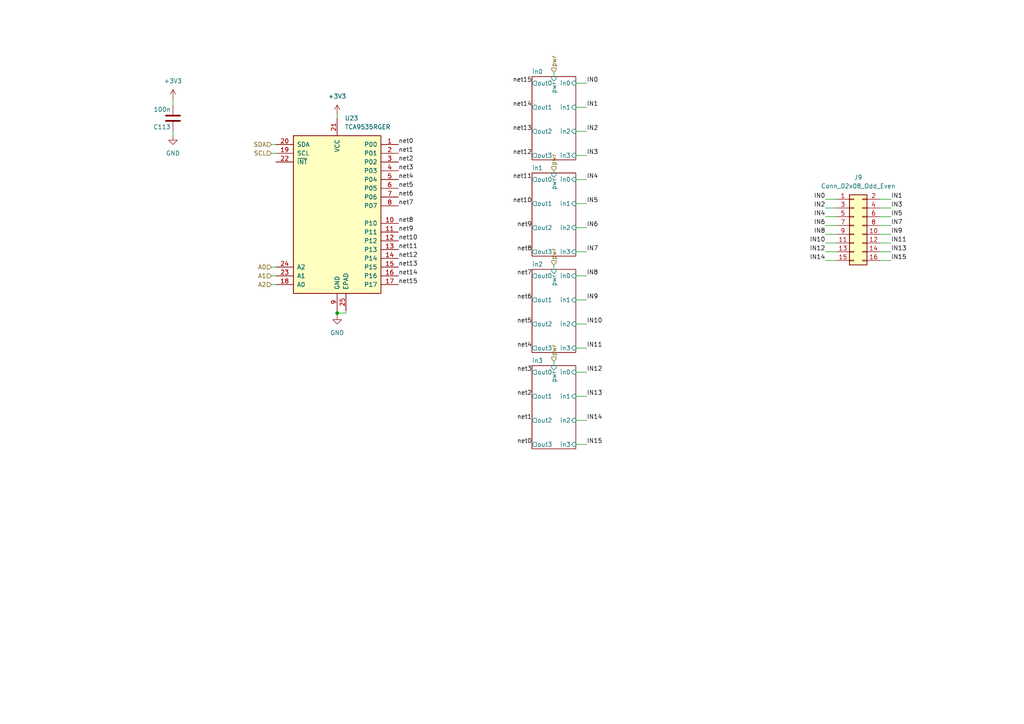
<source format=kicad_sch>
(kicad_sch (version 20231120) (generator "eeschema") (generator_version "8.0")
  (paper "A4")
  (lib_symbols
    (symbol "Connector_Generic:Conn_02x08_Odd_Even" (pin_names (offset 1.016) hide)
      (property "Reference" "J" (at 1.27 10.16 0))
      (property "Value" "Conn_02x08_Odd_Even" (at 1.27 -12.7 0))
      (symbol "Conn_02x08_Odd_Even_1_1"
        (rectangle (start -1.27 -10.033) (end 0 -10.287) (stroke (width 0.1524)))
        (rectangle (start -1.27 -7.493) (end 0 -7.747) (stroke (width 0.1524)))
        (rectangle (start -1.27 -4.953) (end 0 -5.207) (stroke (width 0.1524)))
        (rectangle (start -1.27 -2.413) (end 0 -2.667) (stroke (width 0.1524)))
        (rectangle (start -1.27 0.127) (end 0 -0.127) (stroke (width 0.1524)))
        (rectangle (start -1.27 2.667) (end 0 2.413) (stroke (width 0.1524)))
        (rectangle (start -1.27 5.207) (end 0 4.953) (stroke (width 0.1524)))
        (rectangle (start -1.27 7.747) (end 0 7.493) (stroke (width 0.1524)))
        (rectangle (start -1.27 8.89) (end 3.81 -11.43) (stroke (width 0.254)) (fill (type background)))
        (rectangle (start 3.81 -10.033) (end 2.54 -10.287) (stroke (width 0.1524)))
        (rectangle (start 3.81 -7.493) (end 2.54 -7.747) (stroke (width 0.1524)))
        (rectangle (start 3.81 -4.953) (end 2.54 -5.207) (stroke (width 0.1524)))
        (rectangle (start 3.81 -2.413) (end 2.54 -2.667) (stroke (width 0.1524)))
        (rectangle (start 3.81 0.127) (end 2.54 -0.127) (stroke (width 0.1524)))
        (rectangle (start 3.81 2.667) (end 2.54 2.413) (stroke (width 0.1524)))
        (rectangle (start 3.81 5.207) (end 2.54 4.953) (stroke (width 0.1524)))
        (rectangle (start 3.81 7.747) (end 2.54 7.493) (stroke (width 0.1524)))
        (pin passive line (at -5.08 7.62 0) (length 3.81) (name "Pin_1") (number "1"))
        (pin passive line (at 7.62 -2.54 180) (length 3.81) (name "Pin_10") (number "10"))
        (pin passive line (at -5.08 -5.08 0) (length 3.81) (name "Pin_11") (number "11"))
        (pin passive line (at 7.62 -5.08 180) (length 3.81) (name "Pin_12") (number "12"))
        (pin passive line (at -5.08 -7.62 0) (length 3.81) (name "Pin_13") (number "13"))
        (pin passive line (at 7.62 -7.62 180) (length 3.81) (name "Pin_14") (number "14"))
        (pin passive line (at -5.08 -10.16 0) (length 3.81) (name "Pin_15") (number "15"))
        (pin passive line (at 7.62 -10.16 180) (length 3.81) (name "Pin_16") (number "16"))
        (pin passive line (at 7.62 7.62 180) (length 3.81) (name "Pin_2") (number "2"))
        (pin passive line (at -5.08 5.08 0) (length 3.81) (name "Pin_3") (number "3"))
        (pin passive line (at 7.62 5.08 180) (length 3.81) (name "Pin_4") (number "4"))
        (pin passive line (at -5.08 2.54 0) (length 3.81) (name "Pin_5") (number "5"))
        (pin passive line (at 7.62 2.54 180) (length 3.81) (name "Pin_6") (number "6"))
        (pin passive line (at -5.08 0 0) (length 3.81) (name "Pin_7") (number "7"))
        (pin passive line (at 7.62 0 180) (length 3.81) (name "Pin_8") (number "8"))
        (pin passive line (at -5.08 -2.54 0) (length 3.81) (name "Pin_9") (number "9"))
      )
    )
    (symbol "Device:C" (pin_numbers hide) (pin_names (offset 0.254))
      (property "Reference" "C" (at 0.635 2.54 0))
      (property "Value" "C" (at 0.635 -2.54 0))
      (symbol "C_0_1"
        (polyline (pts (xy -2.032 -0.762) (xy 2.032 -0.762)) (stroke (width 0.508)))
        (polyline (pts (xy -2.032 0.762) (xy 2.032 0.762)) (stroke (width 0.508)))
      )
      (symbol "C_1_1"
        (pin passive line (at 0 3.81 270) (length 2.794) (name "~") (number "1"))
        (pin passive line (at 0 -3.81 90) (length 2.794) (name "~") (number "2"))
      )
    )
    (symbol "Interface_Expansion:TCA9535RGER" (pin_names (offset 1.016))
      (property "Reference" "U" (at -11.43 24.13 0))
      (property "Value" "TCA9535RGER" (at 0 0 0))
      (symbol "TCA9535RGER_0_1"
        (rectangle (start -12.7 22.86) (end 12.7 -22.86) (stroke (width 0.254)) (fill (type background)))
      )
      (symbol "TCA9535RGER_1_1"
        (pin bidirectional line (at 17.78 20.32 180) (length 5.08) (name "P00") (number "1"))
        (pin bidirectional line (at 17.78 -2.54 180) (length 5.08) (name "P10") (number "10"))
        (pin bidirectional line (at 17.78 -5.08 180) (length 5.08) (name "P11") (number "11"))
        (pin bidirectional line (at 17.78 -7.62 180) (length 5.08) (name "P12") (number "12"))
        (pin bidirectional line (at 17.78 -10.16 180) (length 5.08) (name "P13") (number "13"))
        (pin bidirectional line (at 17.78 -12.7 180) (length 5.08) (name "P14") (number "14"))
        (pin bidirectional line (at 17.78 -15.24 180) (length 5.08) (name "P15") (number "15"))
        (pin bidirectional line (at 17.78 -17.78 180) (length 5.08) (name "P16") (number "16"))
        (pin bidirectional line (at 17.78 -20.32 180) (length 5.08) (name "P17") (number "17"))
        (pin input line (at -17.78 -20.32 0) (length 5.08) (name "A0") (number "18"))
        (pin input line (at -17.78 17.78 0) (length 5.08) (name "SCL") (number "19"))
        (pin bidirectional line (at 17.78 17.78 180) (length 5.08) (name "P01") (number "2"))
        (pin bidirectional line (at -17.78 20.32 0) (length 5.08) (name "SDA") (number "20"))
        (pin power_in line (at 0 27.94 270) (length 5.08) (name "VCC") (number "21"))
        (pin open_collector line (at -17.78 15.24 0) (length 5.08) (name "~{INT}") (number "22"))
        (pin input line (at -17.78 -17.78 0) (length 5.08) (name "A1") (number "23"))
        (pin input line (at -17.78 -15.24 0) (length 5.08) (name "A2") (number "24"))
        (pin input line (at 2.54 -27.94 90) (length 5.08) (name "EPAD") (number "25"))
        (pin bidirectional line (at 17.78 15.24 180) (length 5.08) (name "P02") (number "3"))
        (pin bidirectional line (at 17.78 12.7 180) (length 5.08) (name "P03") (number "4"))
        (pin bidirectional line (at 17.78 10.16 180) (length 5.08) (name "P04") (number "5"))
        (pin bidirectional line (at 17.78 7.62 180) (length 5.08) (name "P05") (number "6"))
        (pin bidirectional line (at 17.78 5.08 180) (length 5.08) (name "P06") (number "7"))
        (pin bidirectional line (at 17.78 2.54 180) (length 5.08) (name "P07") (number "8"))
        (pin power_in line (at 0 -27.94 90) (length 5.08) (name "GND") (number "9"))
      )
    )
    (symbol "power:+3V3" (power) (pin_numbers hide) (pin_names (offset 0) hide)
      (property "Value" "+3V3" (at 0 3.556 0))
      (symbol "+3V3_0_1"
        (polyline (pts (xy -0.762 1.27) (xy 0 2.54)))
        (polyline (pts (xy 0 0) (xy 0 2.54)))
        (polyline (pts (xy 0 2.54) (xy 0.762 1.27)))
      )
      (symbol "+3V3_1_1"
        (pin power_in line (at 0 0 90) (length 0) (name "~") (number "1"))
      )
    )
    (symbol "power:GND" (power) (pin_numbers hide) (pin_names (offset 0) hide)
      (property "Value" "GND" (at 0 -3.81 0))
      (symbol "GND_0_1"
        (polyline (pts (xy 0 0) (xy 0 -1.27) (xy 1.27 -1.27) (xy 0 -2.54) (xy -1.27 -1.27) (xy 0 -1.27)))
      )
      (symbol "GND_1_1"
        (pin power_in line (at 0 0 270) (length 0) (name "~") (number "1"))
      )
    )
  )
  (junction (at 97.79 90.805))
  (wire (pts (xy 167.005 45.085) (xy 170.18 45.085)))
  (wire (pts (xy 167.005 66.04) (xy 170.18 66.04)))
  (wire (pts (xy 78.74 77.47) (xy 80.01 77.47)))
  (wire (pts (xy 50.165 38.1) (xy 50.165 39.37)))
  (wire (pts (xy 167.005 114.935) (xy 170.18 114.935)))
  (wire (pts (xy 97.79 90.17) (xy 97.79 90.805)))
  (wire (pts (xy 97.79 33.02) (xy 97.79 34.29)))
  (wire (pts (xy 255.27 70.485) (xy 258.445 70.485)))
  (wire (pts (xy 167.005 80.01) (xy 170.18 80.01)))
  (wire (pts (xy 167.005 107.95) (xy 170.18 107.95)))
  (wire (pts (xy 239.395 70.485) (xy 242.57 70.485)))
  (wire (pts (xy 167.005 52.07) (xy 170.18 52.07)))
  (wire (pts (xy 239.395 57.785) (xy 242.57 57.785)))
  (wire (pts (xy 255.27 67.945) (xy 258.445 67.945)))
  (wire (pts (xy 167.005 128.905) (xy 170.18 128.905)))
  (wire (pts (xy 167.005 100.965) (xy 170.18 100.965)))
  (wire (pts (xy 78.74 41.91) (xy 80.01 41.91)))
  (wire (pts (xy 167.005 59.055) (xy 170.18 59.055)))
  (wire (pts (xy 167.005 121.92) (xy 170.18 121.92)))
  (wire (pts (xy 239.395 67.945) (xy 242.57 67.945)))
  (wire (pts (xy 160.655 76.835) (xy 160.655 78.105)))
  (wire (pts (xy 239.395 65.405) (xy 242.57 65.405)))
  (wire (pts (xy 78.74 82.55) (xy 80.01 82.55)))
  (wire (pts (xy 167.005 24.13) (xy 170.18 24.13)))
  (wire (pts (xy 97.79 90.805) (xy 100.33 90.805)))
  (wire (pts (xy 239.395 75.565) (xy 242.57 75.565)))
  (wire (pts (xy 255.27 65.405) (xy 258.445 65.405)))
  (wire (pts (xy 255.27 57.785) (xy 258.445 57.785)))
  (wire (pts (xy 255.27 75.565) (xy 258.445 75.565)))
  (wire (pts (xy 255.27 62.865) (xy 258.445 62.865)))
  (wire (pts (xy 255.27 60.325) (xy 258.445 60.325)))
  (wire (pts (xy 78.74 80.01) (xy 80.01 80.01)))
  (wire (pts (xy 239.395 60.325) (xy 242.57 60.325)))
  (wire (pts (xy 167.005 93.98) (xy 170.18 93.98)))
  (wire (pts (xy 239.395 62.865) (xy 242.57 62.865)))
  (wire (pts (xy 255.27 73.025) (xy 258.445 73.025)))
  (wire (pts (xy 50.165 28.575) (xy 50.165 30.48)))
  (wire (pts (xy 78.74 44.45) (xy 80.01 44.45)))
  (wire (pts (xy 167.005 86.995) (xy 170.18 86.995)))
  (wire (pts (xy 167.005 31.115) (xy 170.18 31.115)))
  (wire (pts (xy 160.655 104.775) (xy 160.655 106.045)))
  (wire (pts (xy 100.33 90.805) (xy 100.33 90.17)))
  (wire (pts (xy 167.005 38.1) (xy 170.18 38.1)))
  (wire (pts (xy 97.79 90.805) (xy 97.79 91.44)))
  (wire (pts (xy 167.005 73.025) (xy 170.18 73.025)))
  (wire (pts (xy 160.655 20.955) (xy 160.655 22.225)))
  (wire (pts (xy 160.655 49.53) (xy 160.655 50.165)))
  (wire (pts (xy 239.395 73.025) (xy 242.57 73.025)))
  (label "net2" (at 115.57 46.99 0))
  (label "net5" (at 115.57 54.61 0))
  (label "net15" (at 154.305 24.13 180))
  (label "IN5" (at 258.445 62.865 0))
  (label "net9" (at 154.305 66.04 180))
  (label "IN0" (at 239.395 57.785 180))
  (label "net12" (at 115.57 74.93 0))
  (label "IN10" (at 239.395 70.485 180))
  (label "IN4" (at 239.395 62.865 180))
  (label "net12" (at 154.305 45.085 180))
  (label "IN9" (at 170.18 86.995 0))
  (label "net10" (at 115.57 69.85 0))
  (label "net3" (at 115.57 49.53 0))
  (label "IN6" (at 170.18 66.04 0))
  (label "IN14" (at 239.395 75.565 180))
  (label "net14" (at 115.57 80.01 0))
  (label "net2" (at 154.305 114.935 180))
  (label "net15" (at 115.57 82.55 0))
  (label "net6" (at 115.57 57.15 0))
  (label "net7" (at 154.305 80.01 180))
  (label "net11" (at 154.305 52.07 180))
  (label "net0" (at 154.305 128.905 180))
  (label "IN8" (at 239.395 67.945 180))
  (label "IN15" (at 258.445 75.565 0))
  (label "IN13" (at 258.445 73.025 0))
  (label "IN2" (at 170.18 38.1 0))
  (label "net1" (at 115.57 44.45 0))
  (label "net13" (at 154.305 38.1 180))
  (label "net9" (at 115.57 67.31 0))
  (label "IN8" (at 170.18 80.01 0))
  (label "IN14" (at 170.18 121.92 0))
  (label "net10" (at 154.305 59.055 180))
  (label "net7" (at 115.57 59.69 0))
  (label "net1" (at 154.305 121.92 180))
  (label "IN12" (at 170.18 107.95 0))
  (label "IN1" (at 258.445 57.785 0))
  (label "IN11" (at 258.445 70.485 0))
  (label "IN3" (at 258.445 60.325 0))
  (label "IN11" (at 170.18 100.965 0))
  (label "IN5" (at 170.18 59.055 0))
  (label "IN15" (at 170.18 128.905 0))
  (label "net8" (at 115.57 64.77 0))
  (label "IN7" (at 258.445 65.405 0))
  (label "net6" (at 154.305 86.995 180))
  (label "net8" (at 154.305 73.025 180))
  (label "IN13" (at 170.18 114.935 0))
  (label "net0" (at 115.57 41.91 0))
  (label "net5" (at 154.305 93.98 180))
  (label "net3" (at 154.305 107.95 180))
  (label "IN1" (at 170.18 31.115 0))
  (label "IN2" (at 239.395 60.325 180))
  (label "net4" (at 154.305 100.965 180))
  (label "IN6" (at 239.395 65.405 180))
  (label "IN0" (at 170.18 24.13 0))
  (label "IN9" (at 258.445 67.945 0))
  (label "IN4" (at 170.18 52.07 0))
  (label "net11" (at 115.57 72.39 0))
  (label "IN3" (at 170.18 45.085 0))
  (label "IN12" (at 239.395 73.025 180))
  (label "IN10" (at 170.18 93.98 0))
  (label "net4" (at 115.57 52.07 0))
  (label "IN7" (at 170.18 73.025 0))
  (label "net14" (at 154.305 31.115 180))
  (label "net13" (at 115.57 77.47 0))
  (hierarchical_label "pwr" (shape input) (at 160.655 76.835 90))
  (hierarchical_label "pwr" (shape input) (at 160.655 49.53 90))
  (hierarchical_label "A0" (shape input) (at 78.74 77.47 180))
  (hierarchical_label "A2" (shape input) (at 78.74 82.55 180))
  (hierarchical_label "pwr" (shape input) (at 160.655 104.775 90))
  (hierarchical_label "SCL" (shape input) (at 78.74 44.45 180))
  (hierarchical_label "pwr" (shape input) (at 160.655 20.955 90))
  (hierarchical_label "A1" (shape input) (at 78.74 80.01 180))
  (hierarchical_label "SDA" (shape input) (at 78.74 41.91 180))
  (symbol (lib_id "power:GND") (at 97.79 91.44 0) (unit 1)
    (property "Reference" "#PWR0224" (effects (hide yes)))
    (property "Value" "GND" (at 97.79 96.52 0))
    (property "Description" "Power symbol creates a global label with name \"GND\" , ground" (effects (hide yes)))
    (instances (project "EthercatIOBoard" (path "" (reference "#PWR0224") (unit 1)) (path "" (reference "#PWR0190") (unit 1)) (path "" (reference "#PWR0116") (unit 1))))
  )
  (symbol (lib_id "power:+3V3") (at 50.165 28.575 0) (unit 1)
    (property "Reference" "#PWR0221" (effects (hide yes)))
    (property "Value" "+3V3" (at 50.165 23.495 0))
    (property "Description" "Power symbol creates a global label with name \"+3V3\"" (effects (hide yes)))
    (instances (project "EthercatIOBoard" (path "" (reference "#PWR0221") (unit 1)) (path "" (reference "#PWR0187") (unit 1)) (path "" (reference "#PWR0113") (unit 1))))
  )
  (symbol (lib_id "Interface_Expansion:TCA9535RGER") (at 97.79 62.23 0) (unit 1)
    (property "Reference" "U23" (at 99.9841 34.29 0) (effects (justify left)))
    (property "Value" "TCA9535RGER" (at 99.9841 36.83 0) (effects (justify left)))
    (property "Footprint" "Package_DFN_QFN:VQFN-24-1EP_4x4mm_P0.5mm_EP2.45x2.45mm" (effects (hide yes)))
    (property "Datasheet" "http://www.ti.com/lit/ds/symlink/tca9535.pdf" (effects (hide yes)))
    (property "Description" "16-bit I/O expander, I2C and SMBus interface, interrupts, w/o pull-ups, QFN-24" (effects (hide yes)))
    (property "JLC" "C527428" (effects (hide yes)))
    (property "JLCRotOffset" "-90" (effects (hide yes)))
    (instances (project "EthercatIOBoard" (path "" (reference "U23") (unit 1)) (path "" (reference "U19") (unit 1)) (path "" (reference "U11") (unit 1))))
  )
  (symbol (lib_id "Connector_Generic:Conn_02x08_Odd_Even") (at 247.65 65.405 0) (unit 1) (in_bom no)
    (property "Reference" "J9" (at 248.92 51.435 0))
    (property "Value" "Conn_02x08_Odd_Even" (at 248.92 53.975 0))
    (property "Footprint" "JLCFootprints:2Row8Pin3.5mm" (effects (hide yes)))
    (property "Description" "Generic connector, double row, 02x08, odd/even pin numbering scheme (row 1 odd numbers, row 2 even numbers), script generated (kicad-library-utils/schlib/autogen/connector/)" (effects (hide yes)))
    (property "LCSC Part #" "C2923113" (effects (hide yes)))
    (property "Header" "C2908403" (effects (hide yes)))
    (instances (project "EthercatIOBoard" (path "" (reference "J9") (unit 1)) (path "" (reference "J8") (unit 1)) (path "" (reference "J7") (unit 1))))
  )
  (symbol (lib_id "power:GND") (at 50.165 39.37 0) (unit 1)
    (property "Reference" "#PWR0222" (effects (hide yes)))
    (property "Value" "GND" (at 50.165 44.45 0))
    (property "Description" "Power symbol creates a global label with name \"GND\" , ground" (effects (hide yes)))
    (instances (project "EthercatIOBoard" (path "" (reference "#PWR0222") (unit 1)) (path "" (reference "#PWR0188") (unit 1)) (path "" (reference "#PWR0114") (unit 1))))
  )
  (symbol (lib_id "power:+3V3") (at 97.79 33.02 0) (unit 1)
    (property "Reference" "#PWR0223" (effects (hide yes)))
    (property "Value" "+3V3" (at 97.79 27.94 0))
    (property "Description" "Power symbol creates a global label with name \"+3V3\"" (effects (hide yes)))
    (instances (project "EthercatIOBoard" (path "" (reference "#PWR0223") (unit 1)) (path "" (reference "#PWR0189") (unit 1)) (path "" (reference "#PWR0115") (unit 1))))
  )
  (symbol (lib_id "Device:C") (at 50.165 34.29 180) (unit 1)
    (property "Reference" "C113" (at 49.53 36.83 0) (effects (justify left)))
    (property "Value" "100n" (at 49.53 31.75 0) (effects (justify left)))
    (property "Footprint" "Capacitor_SMD:C_0402_1005Metric" (effects (hide yes)))
    (property "Description" "Unpolarized capacitor" (effects (hide yes)))
    (property "LCSC Part #" "C307331" (effects (hide yes)))
    (instances (project "EthercatIOBoard" (path "" (reference "C113") (unit 1)) (path "" (reference "C94") (unit 1)) (path "" (reference "C51") (unit 1))))
  )
  (sheet (at 154.305 22.225) (size 12.7 24.13) (stroke (width 0.1524))
    (property "Sheetname" "in0" (at 154.305 21.5134 0) (effects (justify left bottom)))
    (property "Sheetfile" "digInSingle.kicad_sch" (effects (hide yes)))
    (pin "in2" input (at 167.005 38.1 0))
    (pin "out0" output (at 154.305 24.13 180))
    (pin "in1" input (at 167.005 31.115 0))
    (pin "out1" output (at 154.305 31.115 180))
    (pin "in3" input (at 167.005 45.085 0))
    (pin "out2" output (at 154.305 38.1 180))
    (pin "in0" input (at 167.005 24.13 0))
    (pin "out3" output (at 154.305 45.085 180))
    (pin "pwr" input (at 160.655 22.225 90))
  )
  (sheet (at 154.305 50.165) (size 12.7 24.13) (stroke (width 0.1524))
    (property "Sheetname" "in1" (at 154.305 49.4534 0) (effects (justify left bottom)))
    (property "Sheetfile" "digInSingle.kicad_sch" (effects (hide yes)))
    (pin "in2" input (at 167.005 66.04 0))
    (pin "out0" output (at 154.305 52.07 180))
    (pin "in1" input (at 167.005 59.055 0))
    (pin "out1" output (at 154.305 59.055 180))
    (pin "in3" input (at 167.005 73.025 0))
    (pin "out2" output (at 154.305 66.04 180))
    (pin "in0" input (at 167.005 52.07 0))
    (pin "out3" output (at 154.305 73.025 180))
    (pin "pwr" input (at 160.655 50.165 90))
  )
  (sheet (at 154.305 78.105) (size 12.7 24.13) (stroke (width 0.1524))
    (property "Sheetname" "in2" (at 154.305 77.3934 0) (effects (justify left bottom)))
    (property "Sheetfile" "digInSingle.kicad_sch" (effects (hide yes)))
    (pin "in2" input (at 167.005 93.98 0))
    (pin "out0" output (at 154.305 80.01 180))
    (pin "in1" input (at 167.005 86.995 0))
    (pin "out1" output (at 154.305 86.995 180))
    (pin "in3" input (at 167.005 100.965 0))
    (pin "out2" output (at 154.305 93.98 180))
    (pin "in0" input (at 167.005 80.01 0))
    (pin "out3" output (at 154.305 100.965 180))
    (pin "pwr" input (at 160.655 78.105 90))
  )
  (sheet (at 154.305 106.045) (size 12.7 24.13) (stroke (width 0.1524))
    (property "Sheetname" "in3" (at 154.305 105.3334 0) (effects (justify left bottom)))
    (property "Sheetfile" "digInSingle.kicad_sch" (effects (hide yes)))
    (pin "in2" input (at 167.005 121.92 0))
    (pin "out0" output (at 154.305 107.95 180))
    (pin "in1" input (at 167.005 114.935 0))
    (pin "out1" output (at 154.305 114.935 180))
    (pin "in3" input (at 167.005 128.905 0))
    (pin "out2" output (at 154.305 121.92 180))
    (pin "in0" input (at 167.005 107.95 0))
    (pin "out3" output (at 154.305 128.905 180))
    (pin "pwr" input (at 160.655 106.045 90))
  )
)
</source>
